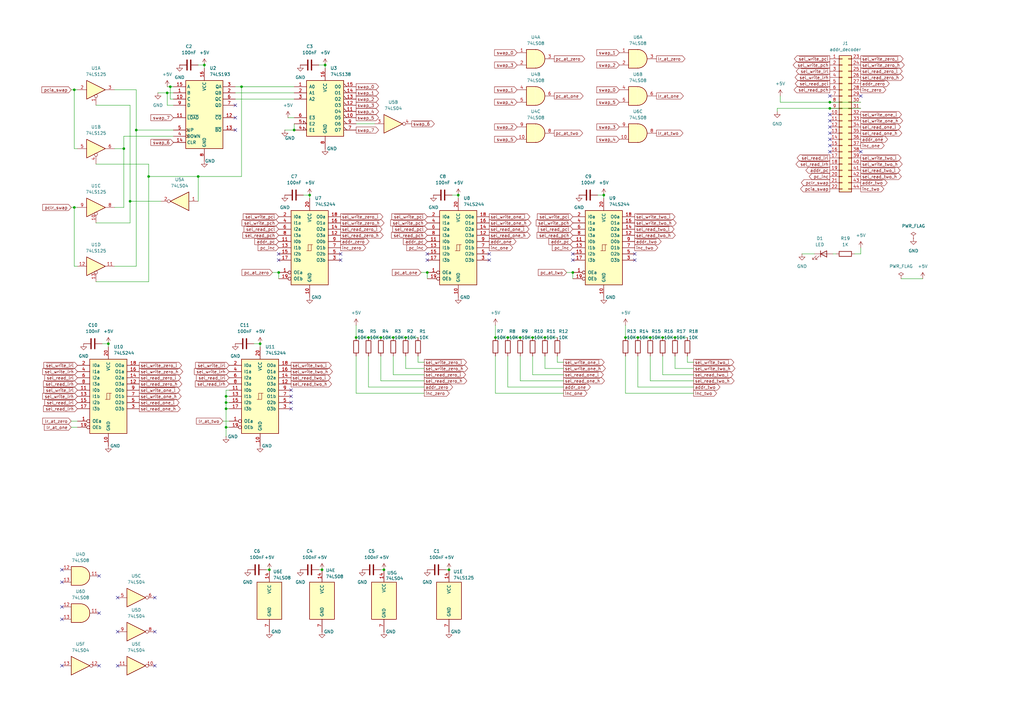
<source format=kicad_sch>
(kicad_sch (version 20250114) (generator "eeschema") (generator_version "9.0")
  (paper "A3")
  (junction (at 261.62 138.43))
  (junction (at 55.88 53.34))
  (junction (at 132.08 233.68))
  (junction (at 114.3 111.76))
  (junction (at 53.34 82.55))
  (junction (at 60.96 72.39))
  (junction (at 256.54 138.43))
  (junction (at 151.13 138.43))
  (junction (at 69.85 35.56))
  (junction (at 50.8 60.96))
  (junction (at 81.28 72.39))
  (junction (at 271.78 138.43))
  (junction (at 247.65 80.01))
  (junction (at 120.65 53.34))
  (junction (at 184.15 233.68))
  (junction (at 92.71 162.56))
  (junction (at 157.48 233.68))
  (junction (at 166.37 138.43))
  (junction (at 99.06 35.56))
  (junction (at 187.96 80.01))
  (junction (at 133.35 26.67))
  (junction (at 110.49 233.68))
  (junction (at 175.26 111.76))
  (junction (at 146.05 138.43))
  (junction (at 161.29 138.43))
  (junction (at 276.86 138.43))
  (junction (at 340.36 41.91))
  (junction (at 92.71 165.1))
  (junction (at 106.68 140.97))
  (junction (at 223.52 138.43))
  (junction (at 44.45 140.97))
  (junction (at 127 80.01))
  (junction (at 340.36 44.45))
  (junction (at 208.28 138.43))
  (junction (at 83.82 26.67))
  (junction (at 30.48 36.83))
  (junction (at 203.2 138.43))
  (junction (at 218.44 138.43))
  (junction (at 156.21 138.43))
  (junction (at 234.95 111.76))
  (junction (at 266.7 138.43))
  (junction (at 92.71 175.26))
  (junction (at 92.71 167.64))
  (junction (at 68.58 38.1))
  (junction (at 30.48 85.09))
  (junction (at 213.36 138.43))
  (no_connect (at 340.36 49.53))
  (no_connect (at 48.26 273.05))
  (no_connect (at 114.3 104.14))
  (no_connect (at 40.64 273.05))
  (no_connect (at 260.35 106.68))
  (no_connect (at 119.38 162.56))
  (no_connect (at 48.26 259.08))
  (no_connect (at 25.4 273.05))
  (no_connect (at 200.66 106.68))
  (no_connect (at 119.38 160.02))
  (no_connect (at 96.52 53.34))
  (no_connect (at 25.4 238.76))
  (no_connect (at 340.36 39.37))
  (no_connect (at 114.3 106.68))
  (no_connect (at 340.36 52.07))
  (no_connect (at 119.38 165.1))
  (no_connect (at 40.64 251.46))
  (no_connect (at 175.26 106.68))
  (no_connect (at 96.52 43.18))
  (no_connect (at 25.4 233.68))
  (no_connect (at 340.36 59.69))
  (no_connect (at 353.06 62.23))
  (no_connect (at 139.7 106.68))
  (no_connect (at 25.4 248.92))
  (no_connect (at 25.4 254))
  (no_connect (at 175.26 104.14))
  (no_connect (at 139.7 104.14))
  (no_connect (at 200.66 104.14))
  (no_connect (at 96.52 48.26))
  (no_connect (at 340.36 46.99))
  (no_connect (at 63.5 245.11))
  (no_connect (at 234.95 104.14))
  (no_connect (at 119.38 167.64))
  (no_connect (at 234.95 106.68))
  (no_connect (at 260.35 104.14))
  (no_connect (at 353.06 39.37))
  (no_connect (at 340.36 54.61))
  (no_connect (at 340.36 57.15))
  (no_connect (at 40.64 236.22))
  (no_connect (at 63.5 273.05))
  (no_connect (at 63.5 259.08))
  (no_connect (at 48.26 245.11))
  (no_connect (at 340.36 62.23))
  (wire (pts (xy 284.48 161.29) (xy 256.54 161.29)))
  (wire (pts (xy 68.58 38.1) (xy 71.12 38.1)))
  (wire (pts (xy 60.96 115.57) (xy 60.96 72.39)))
  (wire (pts (xy 151.13 138.43) (xy 156.21 138.43)))
  (wire (pts (xy 231.14 156.21) (xy 213.36 156.21)))
  (wire (pts (xy 111.76 111.76) (xy 114.3 111.76)))
  (wire (pts (xy 231.14 148.59) (xy 228.6 148.59)))
  (wire (pts (xy 96.52 40.64) (xy 120.65 40.64)))
  (wire (pts (xy 340.36 41.91) (xy 353.06 41.91)))
  (wire (pts (xy 232.41 111.76) (xy 234.95 111.76)))
  (wire (pts (xy 156.21 156.21) (xy 156.21 146.05)))
  (wire (pts (xy 320.04 41.91) (xy 340.36 41.91)))
  (wire (pts (xy 276.86 138.43) (xy 281.94 138.43)))
  (wire (pts (xy 266.7 156.21) (xy 266.7 146.05)))
  (wire (pts (xy 213.36 156.21) (xy 213.36 146.05)))
  (wire (pts (xy 130.81 26.67) (xy 133.35 26.67)))
  (wire (pts (xy 171.45 148.59) (xy 171.45 146.05)))
  (wire (pts (xy 99.06 35.56) (xy 99.06 72.39)))
  (wire (pts (xy 266.7 138.43) (xy 271.78 138.43)))
  (wire (pts (xy 46.99 60.96) (xy 50.8 60.96)))
  (wire (pts (xy 340.36 44.45) (xy 353.06 44.45)))
  (wire (pts (xy 223.52 151.13) (xy 223.52 146.05)))
  (wire (pts (xy 173.99 148.59) (xy 171.45 148.59)))
  (wire (pts (xy 92.71 175.26) (xy 93.98 175.26)))
  (wire (pts (xy 71.12 43.18) (xy 68.58 43.18)))
  (wire (pts (xy 71.12 40.64) (xy 69.85 40.64)))
  (wire (pts (xy 284.48 153.67) (xy 271.78 153.67)))
  (wire (pts (xy 69.85 35.56) (xy 71.12 35.56)))
  (wire (pts (xy 161.29 153.67) (xy 161.29 146.05)))
  (wire (pts (xy 46.99 85.09) (xy 50.8 85.09)))
  (wire (pts (xy 256.54 133.35) (xy 256.54 138.43)))
  (wire (pts (xy 130.81 233.68) (xy 132.08 233.68)))
  (wire (pts (xy 39.37 67.31) (xy 60.96 67.31)))
  (wire (pts (xy 276.86 151.13) (xy 276.86 146.05)))
  (wire (pts (xy 53.34 82.55) (xy 66.04 82.55)))
  (wire (pts (xy 161.29 138.43) (xy 166.37 138.43)))
  (wire (pts (xy 92.71 167.64) (xy 93.98 167.64)))
  (wire (pts (xy 120.65 50.8) (xy 120.65 53.34)))
  (wire (pts (xy 81.28 26.67) (xy 83.82 26.67)))
  (wire (pts (xy 228.6 148.59) (xy 228.6 146.05)))
  (wire (pts (xy 92.71 175.26) (xy 92.71 179.07)))
  (wire (pts (xy 284.48 156.21) (xy 266.7 156.21)))
  (wire (pts (xy 203.2 138.43) (xy 208.28 138.43)))
  (wire (pts (xy 172.72 111.76) (xy 175.26 111.76)))
  (wire (pts (xy 353.06 104.14) (xy 350.52 104.14)))
  (wire (pts (xy 29.21 36.83) (xy 30.48 36.83)))
  (wire (pts (xy 284.48 148.59) (xy 281.94 148.59)))
  (wire (pts (xy 146.05 161.29) (xy 146.05 146.05)))
  (wire (pts (xy 231.14 151.13) (xy 223.52 151.13)))
  (wire (pts (xy 173.99 156.21) (xy 156.21 156.21)))
  (wire (pts (xy 93.98 160.02) (xy 92.71 160.02)))
  (wire (pts (xy 173.99 161.29) (xy 146.05 161.29)))
  (wire (pts (xy 31.75 109.22) (xy 30.48 109.22)))
  (wire (pts (xy 91.44 172.72) (xy 93.98 172.72)))
  (wire (pts (xy 41.91 140.97) (xy 44.45 140.97)))
  (wire (pts (xy 92.71 160.02) (xy 92.71 162.56)))
  (wire (pts (xy 124.46 80.01) (xy 127 80.01)))
  (wire (pts (xy 55.88 36.83) (xy 46.99 36.83)))
  (wire (pts (xy 151.13 158.75) (xy 151.13 146.05)))
  (wire (pts (xy 96.52 38.1) (xy 120.65 38.1)))
  (wire (pts (xy 187.96 80.01) (xy 187.96 81.28)))
  (wire (pts (xy 39.37 115.57) (xy 60.96 115.57)))
  (wire (pts (xy 156.21 138.43) (xy 161.29 138.43)))
  (wire (pts (xy 69.85 35.56) (xy 69.85 40.64)))
  (wire (pts (xy 256.54 161.29) (xy 256.54 146.05)))
  (wire (pts (xy 173.99 153.67) (xy 161.29 153.67)))
  (wire (pts (xy 234.95 111.76) (xy 234.95 114.3)))
  (wire (pts (xy 203.2 133.35) (xy 203.2 138.43)))
  (wire (pts (xy 271.78 153.67) (xy 271.78 146.05)))
  (wire (pts (xy 369.57 114.3) (xy 378.46 114.3)))
  (wire (pts (xy 231.14 158.75) (xy 208.28 158.75)))
  (wire (pts (xy 53.34 43.18) (xy 53.34 82.55)))
  (wire (pts (xy 31.75 60.96) (xy 30.48 60.96)))
  (wire (pts (xy 341.63 104.14) (xy 342.9 104.14)))
  (wire (pts (xy 166.37 138.43) (xy 171.45 138.43)))
  (wire (pts (xy 50.8 55.88) (xy 71.12 55.88)))
  (wire (pts (xy 99.06 72.39) (xy 81.28 72.39)))
  (wire (pts (xy 281.94 148.59) (xy 281.94 146.05)))
  (wire (pts (xy 213.36 138.43) (xy 218.44 138.43)))
  (wire (pts (xy 64.77 38.1) (xy 68.58 38.1)))
  (wire (pts (xy 146.05 133.35) (xy 146.05 138.43)))
  (wire (pts (xy 104.14 140.97) (xy 106.68 140.97)))
  (wire (pts (xy 261.62 158.75) (xy 261.62 146.05)))
  (wire (pts (xy 116.84 53.34) (xy 120.65 53.34)))
  (wire (pts (xy 328.93 104.14) (xy 334.01 104.14)))
  (wire (pts (xy 53.34 91.44) (xy 53.34 82.55)))
  (wire (pts (xy 29.21 172.72) (xy 31.75 172.72)))
  (wire (pts (xy 114.3 111.76) (xy 114.3 114.3)))
  (wire (pts (xy 284.48 151.13) (xy 276.86 151.13)))
  (wire (pts (xy 318.77 44.45) (xy 318.77 45.72)))
  (wire (pts (xy 106.68 140.97) (xy 106.68 142.24)))
  (wire (pts (xy 223.52 138.43) (xy 228.6 138.43)))
  (wire (pts (xy 55.88 109.22) (xy 55.88 53.34)))
  (wire (pts (xy 29.21 175.26) (xy 31.75 175.26)))
  (wire (pts (xy 92.71 165.1) (xy 93.98 165.1)))
  (wire (pts (xy 182.88 233.68) (xy 184.15 233.68)))
  (wire (pts (xy 81.28 72.39) (xy 60.96 72.39)))
  (wire (pts (xy 256.54 138.43) (xy 261.62 138.43)))
  (wire (pts (xy 81.28 72.39) (xy 81.28 82.55)))
  (wire (pts (xy 92.71 165.1) (xy 92.71 167.64)))
  (wire (pts (xy 92.71 162.56) (xy 92.71 165.1)))
  (wire (pts (xy 60.96 67.31) (xy 60.96 72.39)))
  (wire (pts (xy 50.8 85.09) (xy 50.8 60.96)))
  (wire (pts (xy 218.44 138.43) (xy 223.52 138.43)))
  (wire (pts (xy 44.45 140.97) (xy 44.45 142.24)))
  (wire (pts (xy 127 80.01) (xy 127 81.28)))
  (wire (pts (xy 30.48 85.09) (xy 30.48 109.22)))
  (wire (pts (xy 218.44 153.67) (xy 218.44 146.05)))
  (wire (pts (xy 92.71 162.56) (xy 93.98 162.56)))
  (wire (pts (xy 156.21 233.68) (xy 157.48 233.68)))
  (wire (pts (xy 245.11 80.01) (xy 247.65 80.01)))
  (wire (pts (xy 99.06 35.56) (xy 120.65 35.56)))
  (wire (pts (xy 261.62 138.43) (xy 266.7 138.43)))
  (wire (pts (xy 320.04 41.91) (xy 320.04 39.37)))
  (wire (pts (xy 96.52 35.56) (xy 99.06 35.56)))
  (wire (pts (xy 39.37 91.44) (xy 53.34 91.44)))
  (wire (pts (xy 118.11 48.26) (xy 120.65 48.26)))
  (wire (pts (xy 208.28 158.75) (xy 208.28 146.05)))
  (wire (pts (xy 71.12 53.34) (xy 55.88 53.34)))
  (wire (pts (xy 30.48 85.09) (xy 31.75 85.09)))
  (wire (pts (xy 284.48 158.75) (xy 261.62 158.75)))
  (wire (pts (xy 166.37 151.13) (xy 166.37 146.05)))
  (wire (pts (xy 55.88 53.34) (xy 55.88 36.83)))
  (wire (pts (xy 83.82 26.67) (xy 83.82 27.94)))
  (wire (pts (xy 30.48 36.83) (xy 30.48 60.96)))
  (wire (pts (xy 318.77 44.45) (xy 340.36 44.45)))
  (wire (pts (xy 203.2 161.29) (xy 203.2 146.05)))
  (wire (pts (xy 353.06 101.6) (xy 353.06 104.14)))
  (wire (pts (xy 46.99 109.22) (xy 55.88 109.22)))
  (wire (pts (xy 185.42 80.01) (xy 187.96 80.01)))
  (wire (pts (xy 50.8 60.96) (xy 50.8 55.88)))
  (wire (pts (xy 173.99 151.13) (xy 166.37 151.13)))
  (wire (pts (xy 271.78 138.43) (xy 276.86 138.43)))
  (wire (pts (xy 68.58 35.56) (xy 69.85 35.56)))
  (wire (pts (xy 173.99 158.75) (xy 151.13 158.75)))
  (wire (pts (xy 247.65 80.01) (xy 247.65 81.28)))
  (wire (pts (xy 92.71 167.64) (xy 92.71 175.26)))
  (wire (pts (xy 29.21 85.09) (xy 30.48 85.09)))
  (wire (pts (xy 231.14 153.67) (xy 218.44 153.67)))
  (wire (pts (xy 175.26 111.76) (xy 175.26 114.3)))
  (wire (pts (xy 133.35 26.67) (xy 133.35 27.94)))
  (wire (pts (xy 30.48 36.83) (xy 31.75 36.83)))
  (wire (pts (xy 68.58 43.18) (xy 68.58 38.1)))
  (wire (pts (xy 208.28 138.43) (xy 213.36 138.43)))
  (wire (pts (xy 146.05 50.8) (xy 153.67 50.8)))
  (wire (pts (xy 109.22 233.68) (xy 110.49 233.68)))
  (wire (pts (xy 146.05 138.43) (xy 151.13 138.43)))
  (wire (pts (xy 39.37 43.18) (xy 53.34 43.18)))
  (wire (pts (xy 231.14 161.29) (xy 203.2 161.29)))
  (global_label "~{sel_write_pch}" (shape output) (at 340.36 26.67 180) (property "Intersheetrefs" "${INTERSHEET_REFS}" (effects (hide yes))))
  (global_label "pc_inc" (shape input) (at 234.95 101.6 180) (property "Intersheetrefs" "${INTERSHEET_REFS}" (effects (hide yes))))
  (global_label "swap_1" (shape output) (at 146.05 38.1 0) (property "Intersheetrefs" "${INTERSHEET_REFS}" (effects (hide yes))))
  (global_label "inc_one" (shape output) (at 231.14 161.29 0) (property "Intersheetrefs" "${INTERSHEET_REFS}" (effects (hide yes))))
  (global_label "~{sel_write_lrl}" (shape input) (at 31.75 149.86 180) (property "Intersheetrefs" "${INTERSHEET_REFS}" (effects (hide yes))))
  (global_label "inc_zero" (shape output) (at 173.99 161.29 0) (property "Intersheetrefs" "${INTERSHEET_REFS}" (effects (hide yes))))
  (global_label "~{sel_read_zero_h}" (shape output) (at 57.15 157.48 0) (property "Intersheetrefs" "${INTERSHEET_REFS}" (effects (hide yes))))
  (global_label "swap_3" (shape output) (at 146.05 43.18 0) (property "Intersheetrefs" "${INTERSHEET_REFS}" (effects (hide yes))))
  (global_label "~{sel_write_one_l}" (shape output) (at 353.06 46.99 0) (property "Intersheetrefs" "${INTERSHEET_REFS}" (effects (hide yes))))
  (global_label "~{sel_read_one_h}" (shape output) (at 200.66 96.52 0) (property "Intersheetrefs" "${INTERSHEET_REFS}" (effects (hide yes))))
  (global_label "~{sel_write_pch}" (shape input) (at 114.3 91.44 180) (property "Intersheetrefs" "${INTERSHEET_REFS}" (effects (hide yes))))
  (global_label "pc_at_two" (shape output) (at 227.33 54.61 0) (property "Intersheetrefs" "${INTERSHEET_REFS}" (effects (hide yes))))
  (global_label "~{sel_write_zero_l}" (shape output) (at 173.99 148.59 0) (property "Intersheetrefs" "${INTERSHEET_REFS}" (effects (hide yes))))
  (global_label "~{sel_read_lrl}" (shape input) (at 31.75 154.94 180) (property "Intersheetrefs" "${INTERSHEET_REFS}" (effects (hide yes))))
  (global_label "~{sel_read_two_h}" (shape output) (at 119.38 157.48 0) (property "Intersheetrefs" "${INTERSHEET_REFS}" (effects (hide yes))))
  (global_label "~{sel_read_pcl}" (shape input) (at 175.26 93.98 180) (property "Intersheetrefs" "${INTERSHEET_REFS}" (effects (hide yes))))
  (global_label "pc_at_two" (shape input) (at 232.41 111.76 180) (property "Intersheetrefs" "${INTERSHEET_REFS}" (effects (hide yes))))
  (global_label "~{sel_read_one_h}" (shape output) (at 231.14 156.21 0) (property "Intersheetrefs" "${INTERSHEET_REFS}" (effects (hide yes))))
  (global_label "pc_inc" (shape input) (at 175.26 101.6 180) (property "Intersheetrefs" "${INTERSHEET_REFS}" (effects (hide yes))))
  (global_label "inc_two" (shape output) (at 353.06 77.47 0) (property "Intersheetrefs" "${INTERSHEET_REFS}" (effects (hide yes))))
  (global_label "~{sel_read_lrh}" (shape input) (at 31.75 157.48 180) (property "Intersheetrefs" "${INTERSHEET_REFS}" (effects (hide yes))))
  (global_label "pc_at_zero" (shape input) (at 111.76 111.76 180) (property "Intersheetrefs" "${INTERSHEET_REFS}" (effects (hide yes))))
  (global_label "~{sel_write_two_h}" (shape output) (at 260.35 91.44 0) (property "Intersheetrefs" "${INTERSHEET_REFS}" (effects (hide yes))))
  (global_label "~{sel_read_one_l}" (shape output) (at 200.66 93.98 0) (property "Intersheetrefs" "${INTERSHEET_REFS}" (effects (hide yes))))
  (global_label "~{sel_write_two_l}" (shape output) (at 119.38 149.86 0) (property "Intersheetrefs" "${INTERSHEET_REFS}" (effects (hide yes))))
  (global_label "~{sel_write_two_l}" (shape output) (at 260.35 88.9 0) (property "Intersheetrefs" "${INTERSHEET_REFS}" (effects (hide yes))))
  (global_label "~{sel_read_two_h}" (shape output) (at 260.35 96.52 0) (property "Intersheetrefs" "${INTERSHEET_REFS}" (effects (hide yes))))
  (global_label "~{sel_write_pcl}" (shape input) (at 114.3 88.9 180) (property "Intersheetrefs" "${INTERSHEET_REFS}" (effects (hide yes))))
  (global_label "~{sel_write_lrh}" (shape input) (at 93.98 152.4 180) (property "Intersheetrefs" "${INTERSHEET_REFS}" (effects (hide yes))))
  (global_label "lr_at_zero" (shape input) (at 29.21 172.72 180) (property "Intersheetrefs" "${INTERSHEET_REFS}" (effects (hide yes))))
  (global_label "pcia_swap" (shape input) (at 29.21 36.83 180) (property "Intersheetrefs" "${INTERSHEET_REFS}" (effects (hide yes))))
  (global_label "~{sel_read_lrl}" (shape input) (at 31.75 165.1 180) (property "Intersheetrefs" "${INTERSHEET_REFS}" (effects (hide yes))))
  (global_label "~{addr_zero}" (shape output) (at 139.7 99.06 0) (property "Intersheetrefs" "${INTERSHEET_REFS}" (effects (hide yes))))
  (global_label "~{swap_6}" (shape input) (at 71.12 58.42 180) (property "Intersheetrefs" "${INTERSHEET_REFS}" (effects (hide yes))))
  (global_label "~{sel_read_two_l}" (shape output) (at 260.35 93.98 0) (property "Intersheetrefs" "${INTERSHEET_REFS}" (effects (hide yes))))
  (global_label "~{sel_write_lrh}" (shape input) (at 31.75 152.4 180) (property "Intersheetrefs" "${INTERSHEET_REFS}" (effects (hide yes))))
  (global_label "inc_zero" (shape output) (at 139.7 101.6 0) (property "Intersheetrefs" "${INTERSHEET_REFS}" (effects (hide yes))))
  (global_label "swap_0" (shape input) (at 212.09 21.59 180) (property "Intersheetrefs" "${INTERSHEET_REFS}" (effects (hide yes))))
  (global_label "~{sel_write_zero_h}" (shape output) (at 173.99 151.13 0) (property "Intersheetrefs" "${INTERSHEET_REFS}" (effects (hide yes))))
  (global_label "~{sel_read_two_l}" (shape output) (at 284.48 153.67 0) (property "Intersheetrefs" "${INTERSHEET_REFS}" (effects (hide yes))))
  (global_label "~{addr_pc}" (shape output) (at 340.36 69.85 180) (property "Intersheetrefs" "${INTERSHEET_REFS}" (effects (hide yes))))
  (global_label "swap_5" (shape input) (at 254 41.91 180) (property "Intersheetrefs" "${INTERSHEET_REFS}" (effects (hide yes))))
  (global_label "~{sel_write_pch}" (shape input) (at 234.95 91.44 180) (property "Intersheetrefs" "${INTERSHEET_REFS}" (effects (hide yes))))
  (global_label "swap_2" (shape input) (at 212.09 52.07 180) (property "Intersheetrefs" "${INTERSHEET_REFS}" (effects (hide yes))))
  (global_label "pc_at_one" (shape input) (at 172.72 111.76 180) (property "Intersheetrefs" "${INTERSHEET_REFS}" (effects (hide yes))))
  (global_label "pclr_swap" (shape input) (at 29.21 85.09 180) (property "Intersheetrefs" "${INTERSHEET_REFS}" (effects (hide yes))))
  (global_label "~{addr_one}" (shape output) (at 200.66 99.06 0) (property "Intersheetrefs" "${INTERSHEET_REFS}" (effects (hide yes))))
  (global_label "~{sel_read_zero_h}" (shape output) (at 353.06 31.75 0) (property "Intersheetrefs" "${INTERSHEET_REFS}" (effects (hide yes))))
  (global_label "~{addr_zero}" (shape output) (at 173.99 158.75 0) (property "Intersheetrefs" "${INTERSHEET_REFS}" (effects (hide yes))))
  (global_label "pclr_swap" (shape output) (at 340.36 74.93 180) (property "Intersheetrefs" "${INTERSHEET_REFS}" (effects (hide yes))))
  (global_label "pcia_swap" (shape output) (at 340.36 77.47 180) (property "Intersheetrefs" "${INTERSHEET_REFS}" (effects (hide yes))))
  (global_label "~{sel_write_one_h}" (shape output) (at 200.66 91.44 0) (property "Intersheetrefs" "${INTERSHEET_REFS}" (effects (hide yes))))
  (global_label "~{sel_write_pcl}" (shape output) (at 340.36 24.13 180) (property "Intersheetrefs" "${INTERSHEET_REFS}" (effects (hide yes))))
  (global_label "swap_2" (shape input) (at 254 26.67 180) (property "Intersheetrefs" "${INTERSHEET_REFS}" (effects (hide yes))))
  (global_label "pc_at_zero" (shape output) (at 227.33 24.13 0) (property "Intersheetrefs" "${INTERSHEET_REFS}" (effects (hide yes))))
  (global_label "pc_at_one" (shape output) (at 227.33 39.37 0) (property "Intersheetrefs" "${INTERSHEET_REFS}" (effects (hide yes))))
  (global_label "~{sel_write_one_l}" (shape output) (at 231.14 148.59 0) (property "Intersheetrefs" "${INTERSHEET_REFS}" (effects (hide yes))))
  (global_label "~{sel_write_zero_h}" (shape output) (at 353.06 26.67 0) (property "Intersheetrefs" "${INTERSHEET_REFS}" (effects (hide yes))))
  (global_label "lr_at_two" (shape input) (at 91.44 172.72 180) (property "Intersheetrefs" "${INTERSHEET_REFS}" (effects (hide yes))))
  (global_label "~{sel_write_zero_l}" (shape output) (at 139.7 88.9 0) (property "Intersheetrefs" "${INTERSHEET_REFS}" (effects (hide yes))))
  (global_label "~{sel_write_pcl}" (shape input) (at 175.26 88.9 180) (property "Intersheetrefs" "${INTERSHEET_REFS}" (effects (hide yes))))
  (global_label "~{addr_pc}" (shape input) (at 175.26 99.06 180) (property "Intersheetrefs" "${INTERSHEET_REFS}" (effects (hide yes))))
  (global_label "~{sel_read_one_h}" (shape output) (at 57.15 167.64 0) (property "Intersheetrefs" "${INTERSHEET_REFS}" (effects (hide yes))))
  (global_label "~{addr_pc}" (shape input) (at 114.3 99.06 180) (property "Intersheetrefs" "${INTERSHEET_REFS}" (effects (hide yes))))
  (global_label "swap_0" (shape input) (at 254 36.83 180) (property "Intersheetrefs" "${INTERSHEET_REFS}" (effects (hide yes))))
  (global_label "~{sel_read_lrl}" (shape output) (at 340.36 64.77 180) (property "Intersheetrefs" "${INTERSHEET_REFS}" (effects (hide yes))))
  (global_label "lr_at_one" (shape input) (at 29.21 175.26 180) (property "Intersheetrefs" "${INTERSHEET_REFS}" (effects (hide yes))))
  (global_label "~{sel_read_zero_h}" (shape output) (at 173.99 156.21 0) (property "Intersheetrefs" "${INTERSHEET_REFS}" (effects (hide yes))))
  (global_label "~{addr_two}" (shape output) (at 260.35 99.06 0) (property "Intersheetrefs" "${INTERSHEET_REFS}" (effects (hide yes))))
  (global_label "~{sel_write_lrh}" (shape output) (at 340.36 31.75 180) (property "Intersheetrefs" "${INTERSHEET_REFS}" (effects (hide yes))))
  (global_label "~{sel_write_two_h}" (shape output) (at 353.06 67.31 0) (property "Intersheetrefs" "${INTERSHEET_REFS}" (effects (hide yes))))
  (global_label "~{sel_write_zero_l}" (shape output) (at 353.06 24.13 0) (property "Intersheetrefs" "${INTERSHEET_REFS}" (effects (hide yes))))
  (global_label "~{sel_read_pcl}" (shape input) (at 114.3 93.98 180) (property "Intersheetrefs" "${INTERSHEET_REFS}" (effects (hide yes))))
  (global_label "inc_one" (shape output) (at 353.06 59.69 0) (property "Intersheetrefs" "${INTERSHEET_REFS}" (effects (hide yes))))
  (global_label "~{sel_read_pch}" (shape input) (at 175.26 96.52 180) (property "Intersheetrefs" "${INTERSHEET_REFS}" (effects (hide yes))))
  (global_label "~{addr_one}" (shape output) (at 231.14 158.75 0) (property "Intersheetrefs" "${INTERSHEET_REFS}" (effects (hide yes))))
  (global_label "~{sel_read_two_h}" (shape output) (at 353.06 72.39 0) (property "Intersheetrefs" "${INTERSHEET_REFS}" (effects (hide yes))))
  (global_label "~{sel_write_one_h}" (shape output) (at 57.15 162.56 0) (property "Intersheetrefs" "${INTERSHEET_REFS}" (effects (hide yes))))
  (global_label "~{sel_read_pch}" (shape input) (at 114.3 96.52 180) (property "Intersheetrefs" "${INTERSHEET_REFS}" (effects (hide yes))))
  (global_label "~{sel_read_one_l}" (shape output) (at 57.15 165.1 0) (property "Intersheetrefs" "${INTERSHEET_REFS}" (effects (hide yes))))
  (global_label "~{addr_two}" (shape output) (at 284.48 158.75 0) (property "Intersheetrefs" "${INTERSHEET_REFS}" (effects (hide yes))))
  (global_label "~{sel_read_one_l}" (shape output) (at 231.14 153.67 0) (property "Intersheetrefs" "${INTERSHEET_REFS}" (effects (hide yes))))
  (global_label "~{sel_write_pch}" (shape input) (at 175.26 91.44 180) (property "Intersheetrefs" "${INTERSHEET_REFS}" (effects (hide yes))))
  (global_label "inc_zero" (shape output) (at 353.06 36.83 0) (property "Intersheetrefs" "${INTERSHEET_REFS}" (effects (hide yes))))
  (global_label "~{addr_zero}" (shape output) (at 353.06 34.29 0) (property "Intersheetrefs" "${INTERSHEET_REFS}" (effects (hide yes))))
  (global_label "~{sel_write_one_l}" (shape output) (at 200.66 88.9 0) (property "Intersheetrefs" "${INTERSHEET_REFS}" (effects (hide yes))))
  (global_label "swap_3" (shape input) (at 254 52.07 180) (property "Intersheetrefs" "${INTERSHEET_REFS}" (effects (hide yes))))
  (global_label "swap_1" (shape input) (at 254 21.59 180) (property "Intersheetrefs" "${INTERSHEET_REFS}" (effects (hide yes))))
  (global_label "~{sel_write_two_h}" (shape output) (at 119.38 152.4 0) (property "Intersheetrefs" "${INTERSHEET_REFS}" (effects (hide yes))))
  (global_label "swap_7" (shape output) (at 146.05 53.34 0) (property "Intersheetrefs" "${INTERSHEET_REFS}" (effects (hide yes))))
  (global_label "~{sel_read_lrl}" (shape input) (at 93.98 154.94 180) (property "Intersheetrefs" "${INTERSHEET_REFS}" (effects (hide yes))))
  (global_label "~{sel_write_one_h}" (shape output) (at 353.06 49.53 0) (property "Intersheetrefs" "${INTERSHEET_REFS}" (effects (hide yes))))
  (global_label "~{sel_read_zero_h}" (shape output) (at 139.7 96.52 0) (property "Intersheetrefs" "${INTERSHEET_REFS}" (effects (hide yes))))
  (global_label "~{sel_write_zero_h}" (shape output) (at 139.7 91.44 0) (property "Intersheetrefs" "${INTERSHEET_REFS}" (effects (hide yes))))
  (global_label "~{sel_write_two_h}" (shape output) (at 284.48 151.13 0) (property "Intersheetrefs" "${INTERSHEET_REFS}" (effects (hide yes))))
  (global_label "~{sel_read_two_l}" (shape output) (at 353.06 69.85 0) (property "Intersheetrefs" "${INTERSHEET_REFS}" (effects (hide yes))))
  (global_label "~{sel_write_two_l}" (shape output) (at 353.06 64.77 0) (property "Intersheetrefs" "${INTERSHEET_REFS}" (effects (hide yes))))
  (global_label "swap_5" (shape input) (at 212.09 57.15 180) (property "Intersheetrefs" "${INTERSHEET_REFS}" (effects (hide yes))))
  (global_label "~{sel_read_zero_l}" (shape output) (at 57.15 154.94 0) (property "Intersheetrefs" "${INTERSHEET_REFS}" (effects (hide yes))))
  (global_label "swap_4" (shape input) (at 212.09 41.91 180) (property "Intersheetrefs" "${INTERSHEET_REFS}" (effects (hide yes))))
  (global_label "~{addr_two}" (shape output) (at 353.06 74.93 0) (property "Intersheetrefs" "${INTERSHEET_REFS}" (effects (hide yes))))
  (global_label "~{sel_read_zero_l}" (shape output) (at 353.06 29.21 0) (property "Intersheetrefs" "${INTERSHEET_REFS}" (effects (hide yes))))
  (global_label "~{sel_read_pcl}" (shape output) (at 340.36 34.29 180) (property "Intersheetrefs" "${INTERSHEET_REFS}" (effects (hide yes))))
  (global_label "~{sel_read_one_l}" (shape output) (at 353.06 52.07 0) (property "Intersheetrefs" "${INTERSHEET_REFS}" (effects (hide yes))))
  (global_label "swap_2" (shape output) (at 146.05 40.64 0) (property "Intersheetrefs" "${INTERSHEET_REFS}" (effects (hide yes))))
  (global_label "~{sel_read_one_h}" (shape output) (at 353.06 54.61 0) (property "Intersheetrefs" "${INTERSHEET_REFS}" (effects (hide yes))))
  (global_label "inc_one" (shape output) (at 200.66 101.6 0) (property "Intersheetrefs" "${INTERSHEET_REFS}" (effects (hide yes))))
  (global_label "~{sel_read_pch}" (shape output) (at 340.36 36.83 180) (property "Intersheetrefs" "${INTERSHEET_REFS}" (effects (hide yes))))
  (global_label "~{sel_write_pcl}" (shape input) (at 234.95 88.9 180) (property "Intersheetrefs" "${INTERSHEET_REFS}" (effects (hide yes))))
  (global_label "~{sel_read_zero_l}" (shape output) (at 173.99 153.67 0) (property "Intersheetrefs" "${INTERSHEET_REFS}" (effects (hide yes))))
  (global_label "lr_at_two" (shape output) (at 269.24 54.61 0) (property "Intersheetrefs" "${INTERSHEET_REFS}" (effects (hide yes))))
  (global_label "~{sel_read_lrh}" (shape input) (at 31.75 167.64 180) (property "Intersheetrefs" "${INTERSHEET_REFS}" (effects (hide yes))))
  (global_label "~{sel_write_lrl}" (shape input) (at 93.98 149.86 180) (property "Intersheetrefs" "${INTERSHEET_REFS}" (effects (hide yes))))
  (global_label "lr_at_one" (shape output) (at 269.24 39.37 0) (property "Intersheetrefs" "${INTERSHEET_REFS}" (effects (hide yes))))
  (global_label "swap_3" (shape input) (at 212.09 26.67 180) (property "Intersheetrefs" "${INTERSHEET_REFS}" (effects (hide yes))))
  (global_label "~{addr_pc}" (shape input) (at 234.95 99.06 180) (property "Intersheetrefs" "${INTERSHEET_REFS}" (effects (hide yes))))
  (global_label "swap_1" (shape input) (at 212.09 36.83 180) (property "Intersheetrefs" "${INTERSHEET_REFS}" (effects (hide yes))))
  (global_label "~{sel_read_two_h}" (shape output) (at 284.48 156.21 0) (property "Intersheetrefs" "${INTERSHEET_REFS}" (effects (hide yes))))
  (global_label "swap_7" (shape input) (at 71.12 48.26 180) (property "Intersheetrefs" "${INTERSHEET_REFS}" (effects (hide yes))))
  (global_label "swap_4" (shape output) (at 146.05 45.72 0) (property "Intersheetrefs" "${INTERSHEET_REFS}" (effects (hide yes))))
  (global_label "~{sel_write_two_l}" (shape output) (at 284.48 148.59 0) (property "Intersheetrefs" "${INTERSHEET_REFS}" (effects (hide yes))))
  (global_label "swap_5" (shape output) (at 146.05 48.26 0) (property "Intersheetrefs" "${INTERSHEET_REFS}" (effects (hide yes))))
  (global_label "~{swap_6}" (shape output) (at 168.91 50.8 0) (property "Intersheetrefs" "${INTERSHEET_REFS}" (effects (hide yes))))
  (global_label "pc_inc" (shape output) (at 340.36 72.39 180) (property "Intersheetrefs" "${INTERSHEET_REFS}" (effects (hide yes))))
  (global_label "inc_two" (shape output) (at 284.48 161.29 0) (property "Intersheetrefs" "${INTERSHEET_REFS}" (effects (hide yes))))
  (global_label "~{sel_write_lrl}" (shape input) (at 31.75 160.02 180) (property "Intersheetrefs" "${INTERSHEET_REFS}" (effects (hide yes))))
  (global_label "~{sel_read_lrh}" (shape output) (at 340.36 67.31 180) (property "Intersheetrefs" "${INTERSHEET_REFS}" (effects (hide yes))))
  (global_label "~{sel_read_two_l}" (shape output) (at 119.38 154.94 0) (property "Intersheetrefs" "${INTERSHEET_REFS}" (effects (hide yes))))
  (global_label "swap_4" (shape input) (at 254 57.15 180) (property "Intersheetrefs" "${INTERSHEET_REFS}" (effects (hide yes))))
  (global_label "~{addr_one}" (shape output) (at 353.06 57.15 0) (property "Intersheetrefs" "${INTERSHEET_REFS}" (effects (hide yes))))
  (global_label "~{sel_read_zero_l}" (shape output) (at 139.7 93.98 0) (property "Intersheetrefs" "${INTERSHEET_REFS}" (effects (hide yes))))
  (global_label "pc_inc" (shape input) (at 114.3 101.6 180) (property "Intersheetrefs" "${INTERSHEET_REFS}" (effects (hide yes))))
  (global_label "inc_two" (shape output) (at 260.35 101.6 0) (property "Intersheetrefs" "${INTERSHEET_REFS}" (effects (hide yes))))
  (global_label "~{sel_write_one_l}" (shape output) (at 57.15 160.02 0) (property "Intersheetrefs" "${INTERSHEET_REFS}" (effects (hide yes))))
  (global_label "~{sel_write_one_h}" (shape output) (at 231.14 151.13 0) (property "Intersheetrefs" "${INTERSHEET_REFS}" (effects (hide yes))))
  (global_label "lr_at_zero" (shape output) (at 269.24 24.13 0) (property "Intersheetrefs" "${INTERSHEET_REFS}" (effects (hide yes))))
  (global_label "~{sel_read_pcl}" (shape input) (at 234.95 93.98 180) (property "Intersheetrefs" "${INTERSHEET_REFS}" (effects (hide yes))))
  (global_label "~{sel_write_lrh}" (shape input) (at 31.75 162.56 180) (property "Intersheetrefs" "${INTERSHEET_REFS}" (effects (hide yes))))
  (global_label "swap_0" (shape output) (at 146.05 35.56 0) (property "Intersheetrefs" "${INTERSHEET_REFS}" (effects (hide yes))))
  (global_label "~{sel_write_zero_h}" (shape output) (at 57.15 152.4 0) (property "Intersheetrefs" "${INTERSHEET_REFS}" (effects (hide yes))))
  (global_label "~{sel_write_zero_l}" (shape output) (at 57.15 149.86 0) (property "Intersheetrefs" "${INTERSHEET_REFS}" (effects (hide yes))))
  (global_label "~{sel_read_pch}" (shape input) (at 234.95 96.52 180) (property "Intersheetrefs" "${INTERSHEET_REFS}" (effects (hide yes))))
  (global_label "~{sel_write_lrl}" (shape output) (at 340.36 29.21 180) (property "Intersheetrefs" "${INTERSHEET_REFS}" (effects (hide yes))))
  (global_label "~{sel_read_lrh}" (shape input) (at 93.98 157.48 180) (property "Intersheetrefs" "${INTERSHEET_REFS}" (effects (hide yes))))
  (symbol (lib_id "74xx:74LS244") (at 187.96 101.6 0) (unit 1)
    (property "Reference" "U8" (at 190.1033 81.28 0) (effects (justify left)))
    (property "Value" "74LS244" (at 190.1033 83.82 0) (effects (justify left)))
    (property "Datasheet" "http://www.ti.com/lit/ds/symlink/sn74ls244.pdf" (effects (hide yes)))
    (property "Description" "Octal Buffer and Line Driver With 3-State Output, active-low enables, non-inverting outputs" (effects (hide yes)))
  )
  (symbol (lib_id "Device:R") (at 146.05 142.24 0) (unit 1)
    (property "Reference" "R6" (at 146.558 135.89 0) (effects (justify left)))
    (property "Value" "10K" (at 146.558 138.43 0) (effects (justify left)))
    (property "Description" "Resistor" (effects (hide yes)))
  )
  (symbol (lib_id "74xx:74LS08") (at 261.62 54.61 0) (unit 3)
    (property "Reference" "U6" (at 261.6117 45.72 0))
    (property "Value" "74LS08" (at 261.6117 48.26 0))
    (property "Datasheet" "http://www.ti.com/lit/gpn/sn74LS08" (effects (hide yes)))
    (property "Description" "Quad And2" (effects (hide yes)))
  )
  (symbol (lib_id "74xx:74LS138") (at 133.35 43.18 0) (unit 1)
    (property "Reference" "U3" (at 135.4933 27.94 0) (effects (justify left)))
    (property "Value" "74LS138" (at 135.4933 30.48 0) (effects (justify left)))
    (property "Datasheet" "http://www.ti.com/lit/gpn/sn74LS138" (effects (hide yes)))
    (property "Description" "Decoder 3 to 8 active low outputs" (effects (hide yes)))
  )
  (symbol (lib_id "74xx:74LS244") (at 127 101.6 0) (unit 1)
    (property "Reference" "U7" (at 129.1433 81.28 0) (effects (justify left)))
    (property "Value" "74LS244" (at 129.1433 83.82 0) (effects (justify left)))
    (property "Datasheet" "http://www.ti.com/lit/ds/symlink/sn74ls244.pdf" (effects (hide yes)))
    (property "Description" "Octal Buffer and Line Driver With 3-State Output, active-low enables, non-inverting outputs" (effects (hide yes)))
  )
  (symbol (lib_id "74xx:74LS08") (at 219.71 24.13 0) (unit 1)
    (property "Reference" "U4" (at 219.7017 15.24 0))
    (property "Value" "74LS08" (at 219.7017 17.78 0))
    (property "Datasheet" "http://www.ti.com/lit/gpn/sn74LS08" (effects (hide yes)))
    (property "Description" "Quad And2" (effects (hide yes)))
  )
  (symbol (lib_id "power:GND") (at 127 121.92 0) (unit 1)
    (property "Reference" "#PWR012" (effects (hide yes)))
    (property "Value" "GND" (at 129.794 121.92 0))
    (property "Description" "Power symbol creates a global label with name \"GND\" , ground" (effects (hide yes)))
  )
  (symbol (lib_id "Device:C") (at 120.65 80.01 90) (unit 1)
    (property "Reference" "C7" (at 120.65 72.39 90))
    (property "Value" "100nF" (at 120.65 74.93 90))
    (property "Description" "Unpolarized capacitor" (effects (hide yes)))
  )
  (symbol (lib_id "Device:LED") (at 337.82 104.14 0) (unit 1)
    (property "Reference" "D1" (at 336.2325 97.79 0))
    (property "Value" "LED" (at 336.2325 100.33 0))
    (property "Footprint" "LED_THT:LED_D5.0mm" (effects (hide yes)))
    (property "Description" "Light emitting diode" (effects (hide yes)))
    (property "Sim.Pins" "1=K 2=A" (effects (hide yes)))
  )
  (symbol (lib_id "power:GND") (at 177.8 80.01 0) (unit 1)
    (property "Reference" "#PWR013" (effects (hide yes)))
    (property "Value" "GND" (at 177.8 85.09 0))
    (property "Description" "Power symbol creates a global label with name \"GND\" , ground" (effects (hide yes)))
  )
  (symbol (lib_id "74xx:74LS08") (at 132.08 246.38 0) (unit 5)
    (property "Reference" "U4" (at 133.604 233.934 0) (effects (justify left)))
    (property "Value" "74LS08" (at 133.604 236.474 0) (effects (justify left)))
    (property "Datasheet" "http://www.ti.com/lit/gpn/sn74LS08" (effects (hide yes)))
    (property "Description" "Quad And2" (effects (hide yes)))
  )
  (symbol (lib_id "Device:R") (at 261.62 142.24 0) (unit 1)
    (property "Reference" "R14" (at 262.128 135.89 0) (effects (justify left)))
    (property "Value" "10K" (at 262.128 138.43 0) (effects (justify left)))
    (property "Description" "Resistor" (effects (hide yes)))
  )
  (symbol (lib_id "power:+5V") (at 118.11 48.26 0) (unit 1)
    (property "Reference" "#PWR09" (effects (hide yes)))
    (property "Value" "+5V" (at 118.11 43.18 0))
    (property "Description" "Power symbol creates a global label with name \"+5V\"" (effects (hide yes)))
  )
  (symbol (lib_id "74xx:74LS244") (at 247.65 101.6 0) (unit 1)
    (property "Reference" "U9" (at 249.7933 81.28 0) (effects (justify left)))
    (property "Value" "74LS244" (at 249.7933 83.82 0) (effects (justify left)))
    (property "Datasheet" "http://www.ti.com/lit/ds/symlink/sn74ls244.pdf" (effects (hide yes)))
    (property "Description" "Octal Buffer and Line Driver With 3-State Output, active-low enables, non-inverting outputs" (effects (hide yes)))
  )
  (symbol (lib_id "Connector_Generic:Conn_02x22_Top_Bottom") (at 345.44 49.53 0) (unit 1)
    (property "Reference" "J1" (at 346.71 17.78 0))
    (property "Value" "addr_decoder" (at 346.71 20.32 0))
    (property "Footprint" "edge_connector:edge-connector-44" (effects (hide yes)))
  )
  (symbol (lib_id "Device:R") (at 256.54 142.24 0) (unit 1)
    (property "Reference" "R13" (at 257.048 135.89 0) (effects (justify left)))
    (property "Value" "10K" (at 257.048 138.43 0) (effects (justify left)))
    (property "Description" "Resistor" (effects (hide yes)))
  )
  (symbol (lib_id "Device:C") (at 127 26.67 90) (unit 1)
    (property "Reference" "C3" (at 127 19.05 90))
    (property "Value" "100nF" (at 127 21.59 90))
    (property "Description" "Unpolarized capacitor" (effects (hide yes)))
  )
  (symbol (lib_id "74xx:74LS08") (at 219.71 39.37 0) (unit 2)
    (property "Reference" "U4" (at 219.7017 30.48 0))
    (property "Value" "74LS08" (at 219.7017 33.02 0))
    (property "Datasheet" "http://www.ti.com/lit/gpn/sn74LS08" (effects (hide yes)))
    (property "Description" "Quad And2" (effects (hide yes)))
  )
  (symbol (lib_name "GND_1") (lib_id "power:GND") (at 318.77 45.72 0) (unit 1)
    (property "Reference" "#PWR036" (effects (hide yes)))
    (property "Value" "GND" (at 318.77 50.8 0))
    (property "Description" "Power symbol creates a global label with name \"GND\" , ground" (effects (hide yes)))
  )
  (symbol (lib_id "power:+5V") (at 44.45 140.97 0) (unit 1)
    (property "Reference" "#PWR020" (effects (hide yes)))
    (property "Value" "+5V" (at 44.45 135.89 0))
    (property "Description" "Power symbol creates a global label with name \"+5V\"" (effects (hide yes)))
  )
  (symbol (lib_id "Device:R") (at 156.21 142.24 0) (unit 1)
    (property "Reference" "R4" (at 156.718 135.89 0) (effects (justify left)))
    (property "Value" "10K" (at 156.718 138.43 0) (effects (justify left)))
    (property "Description" "Resistor" (effects (hide yes)))
  )
  (symbol (lib_id "power:+5V") (at 157.48 233.68 0) (unit 1)
    (property "Reference" "#PWR038" (effects (hide yes)))
    (property "Value" "+5V" (at 157.48 228.6 0))
    (property "Description" "Power symbol creates a global label with name \"+5V\"" (effects (hide yes)))
  )
  (symbol (lib_id "74xx:74LS04") (at 161.29 50.8 0) (unit 2)
    (property "Reference" "U5" (at 161.29 41.91 0))
    (property "Value" "74LS04" (at 161.29 44.45 0))
    (property "Datasheet" "http://www.ti.com/lit/gpn/sn74LS04" (effects (hide yes)))
    (property "Description" "Hex Inverter" (effects (hide yes)))
  )
  (symbol (lib_id "power:+5V") (at 110.49 233.68 0) (unit 1)
    (property "Reference" "#PWR042" (effects (hide yes)))
    (property "Value" "+5V" (at 110.49 228.6 0))
    (property "Description" "Power symbol creates a global label with name \"+5V\"" (effects (hide yes)))
  )
  (symbol (lib_id "74xx:74LS125") (at 39.37 60.96 0) (unit 2)
    (property "Reference" "U1" (at 39.37 52.07 0))
    (property "Value" "74LS125" (at 39.37 54.61 0))
    (property "Datasheet" "http://www.ti.com/lit/gpn/sn74LS125" (effects (hide yes)))
    (property "Description" "Quad buffer 3-State outputs" (effects (hide yes)))
  )
  (symbol (lib_id "power:GND") (at 187.96 121.92 0) (unit 1)
    (property "Reference" "#PWR015" (effects (hide yes)))
    (property "Value" "GND" (at 190.754 121.92 0))
    (property "Description" "Power symbol creates a global label with name \"GND\" , ground" (effects (hide yes)))
  )
  (symbol (lib_id "power:+5V") (at 68.58 35.56 0) (unit 1)
    (property "Reference" "#PWR07" (effects (hide yes)))
    (property "Value" "+5V" (at 68.58 30.48 0))
    (property "Description" "Power symbol creates a global label with name \"+5V\"" (effects (hide yes)))
  )
  (symbol (lib_id "power:GND") (at 96.52 140.97 0) (unit 1)
    (property "Reference" "#PWR022" (effects (hide yes)))
    (property "Value" "GND" (at 96.52 146.05 0))
    (property "Description" "Power symbol creates a global label with name \"GND\" , ground" (effects (hide yes)))
  )
  (symbol (lib_id "Device:C") (at 127 233.68 90) (unit 1)
    (property "Reference" "C4" (at 127 226.06 90))
    (property "Value" "100nF" (at 127 228.6 90))
    (property "Description" "Unpolarized capacitor" (effects (hide yes)))
  )
  (symbol (lib_id "power:+5V") (at 146.05 133.35 0) (unit 1)
    (property "Reference" "#PWR026" (effects (hide yes)))
    (property "Value" "+5V" (at 146.05 128.27 0))
    (property "Description" "Power symbol creates a global label with name \"+5V\"" (effects (hide yes)))
  )
  (symbol (lib_id "power:GND") (at 34.29 140.97 0) (unit 1)
    (property "Reference" "#PWR019" (effects (hide yes)))
    (property "Value" "GND" (at 34.29 146.05 0))
    (property "Description" "Power symbol creates a global label with name \"GND\" , ground" (effects (hide yes)))
  )
  (symbol (lib_id "Device:R") (at 161.29 142.24 0) (unit 1)
    (property "Reference" "R3" (at 161.798 135.89 0) (effects (justify left)))
    (property "Value" "10K" (at 161.798 138.43 0) (effects (justify left)))
    (property "Description" "Resistor" (effects (hide yes)))
  )
  (symbol (lib_id "Device:C") (at 38.1 140.97 90) (unit 1)
    (property "Reference" "C10" (at 38.1 133.35 90))
    (property "Value" "100nF" (at 38.1 135.89 90))
    (property "Description" "Unpolarized capacitor" (effects (hide yes)))
  )
  (symbol (lib_id "Device:C") (at 77.47 26.67 90) (unit 1)
    (property "Reference" "C2" (at 77.47 19.05 90))
    (property "Value" "100nF" (at 77.47 21.59 90))
    (property "Description" "Unpolarized capacitor" (effects (hide yes)))
  )
  (symbol (lib_id "power:+5V") (at 256.54 133.35 0) (unit 1)
    (property "Reference" "#PWR028" (effects (hide yes)))
    (property "Value" "+5V" (at 256.54 128.27 0))
    (property "Description" "Power symbol creates a global label with name \"+5V\"" (effects (hide yes)))
  )
  (symbol (lib_id "74xx:74LS08") (at 110.49 246.38 0) (unit 5)
    (property "Reference" "U6" (at 112.014 234.442 0) (effects (justify left)))
    (property "Value" "74LS08" (at 112.014 236.982 0) (effects (justify left)))
    (property "Datasheet" "http://www.ti.com/lit/gpn/sn74LS08" (effects (hide yes)))
    (property "Description" "Quad And2" (effects (hide yes)))
  )
  (symbol (lib_id "74xx:74LS08") (at 261.62 39.37 0) (unit 2)
    (property "Reference" "U6" (at 261.6117 30.48 0))
    (property "Value" "74LS08" (at 261.6117 33.02 0))
    (property "Datasheet" "http://www.ti.com/lit/gpn/sn74LS08" (effects (hide yes)))
    (property "Description" "Quad And2" (effects (hide yes)))
  )
  (symbol (lib_id "power:GND") (at 237.49 80.01 0) (unit 1)
    (property "Reference" "#PWR016" (effects (hide yes)))
    (property "Value" "GND" (at 237.49 85.09 0))
    (property "Description" "Power symbol creates a global label with name \"GND\" , ground" (effects (hide yes)))
  )
  (symbol (lib_id "power:GND") (at 116.84 53.34 0) (unit 1)
    (property "Reference" "#PWR08" (effects (hide yes)))
    (property "Value" "GND" (at 118.872 56.642 0))
    (property "Description" "Power symbol creates a global label with name \"GND\" , ground" (effects (hide yes)))
  )
  (symbol (lib_id "74xx:74LS04") (at 157.48 246.38 0) (unit 7)
    (property "Reference" "U5" (at 160.782 234.95 0))
    (property "Value" "74LS04" (at 161.798 237.236 0))
    (property "Datasheet" "http://www.ti.com/lit/gpn/sn74LS04" (effects (hide yes)))
    (property "Description" "Hex Inverter" (effects (hide yes)))
  )
  (symbol (lib_id "power:GND") (at 92.71 179.07 0) (unit 1)
    (property "Reference" "#PWR025" (effects (hide yes)))
    (property "Value" "GND" (at 95.504 179.07 0))
    (property "Description" "Power symbol creates a global label with name \"GND\" , ground" (effects (hide yes)))
  )
  (symbol (lib_id "74xx:74LS244") (at 44.45 162.56 0) (unit 1)
    (property "Reference" "U10" (at 46.5933 142.24 0) (effects (justify left)))
    (property "Value" "74LS244" (at 46.5933 144.78 0) (effects (justify left)))
    (property "Datasheet" "http://www.ti.com/lit/ds/symlink/sn74ls244.pdf" (effects (hide yes)))
    (property "Description" "Octal Buffer and Line Driver With 3-State Output, active-low enables, non-inverting outputs" (effects (hide yes)))
  )
  (symbol (lib_id "power:GND") (at 175.26 233.68 0) (unit 1)
    (property "Reference" "#PWR033" (effects (hide yes)))
    (property "Value" "GND" (at 175.26 238.76 0))
    (property "Description" "Power symbol creates a global label with name \"GND\" , ground" (effects (hide yes)))
  )
  (symbol (lib_name "GND_4") (lib_id "power:GND") (at 328.93 104.14 0) (unit 1)
    (property "Reference" "#PWR043" (effects (hide yes)))
    (property "Value" "GND" (at 328.93 109.22 0))
    (property "Description" "Power symbol creates a global label with name \"GND\" , ground" (effects (hide yes)))
  )
  (symbol (lib_id "Device:R") (at 208.28 142.24 0) (unit 1)
    (property "Reference" "R8" (at 208.788 135.89 0) (effects (justify left)))
    (property "Value" "10K" (at 208.788 138.43 0) (effects (justify left)))
    (property "Description" "Resistor" (effects (hide yes)))
  )
  (symbol (lib_name "GND_2") (lib_id "power:GND") (at 374.65 97.79 0) (unit 1)
    (property "Reference" "#PWR044" (effects (hide yes)))
    (property "Value" "GND" (at 374.65 102.87 0))
    (property "Description" "Power symbol creates a global label with name \"GND\" , ground" (effects (hide yes)))
  )
  (symbol (lib_name "+5V_2") (lib_id "power:+5V") (at 320.04 39.37 0) (unit 1)
    (property "Reference" "#PWR037" (effects (hide yes)))
    (property "Value" "+5V" (at 320.04 34.29 0))
    (property "Description" "Power symbol creates a global label with name \"+5V\"" (effects (hide yes)))
  )
  (symbol (lib_id "power:GND") (at 73.66 26.67 0) (unit 1)
    (property "Reference" "#PWR02" (effects (hide yes)))
    (property "Value" "GND" (at 73.66 31.75 0))
    (property "Description" "Power symbol creates a global label with name \"GND\" , ground" (effects (hide yes)))
  )
  (symbol (lib_id "power:GND") (at 123.19 26.67 0) (unit 1)
    (property "Reference" "#PWR04" (effects (hide yes)))
    (property "Value" "GND" (at 123.19 31.75 0))
    (property "Description" "Power symbol creates a global label with name \"GND\" , ground" (effects (hide yes)))
  )
  (symbol (lib_id "Device:R") (at 228.6 142.24 0) (unit 1)
    (property "Reference" "R12" (at 229.108 135.89 0) (effects (justify left)))
    (property "Value" "10K" (at 229.108 138.43 0) (effects (justify left)))
    (property "Description" "Resistor" (effects (hide yes)))
  )
  (symbol (lib_id "Device:R") (at 271.78 142.24 0) (unit 1)
    (property "Reference" "R16" (at 272.288 135.89 0) (effects (justify left)))
    (property "Value" "10K" (at 272.288 138.43 0) (effects (justify left)))
    (property "Description" "Resistor" (effects (hide yes)))
  )
  (symbol (lib_id "power:GND") (at 247.65 121.92 0) (unit 1)
    (property "Reference" "#PWR018" (effects (hide yes)))
    (property "Value" "GND" (at 250.444 121.92 0))
    (property "Description" "Power symbol creates a global label with name \"GND\" , ground" (effects (hide yes)))
  )
  (symbol (lib_name "+5V_3") (lib_id "power:+5V") (at 378.46 114.3 0) (unit 1)
    (property "Reference" "#PWR045" (effects (hide yes)))
    (property "Value" "+5V" (at 378.46 109.22 0))
    (property "Description" "Power symbol creates a global label with name \"+5V\"" (effects (hide yes)))
  )
  (symbol (lib_id "power:GND") (at 64.77 38.1 0) (unit 1)
    (property "Reference" "#PWR01" (effects (hide yes)))
    (property "Value" "GND" (at 64.77 43.18 0))
    (property "Description" "Power symbol creates a global label with name \"GND\" , ground" (effects (hide yes)))
  )
  (symbol (lib_id "74xx:74LS04") (at 73.66 82.55 180) (unit 1)
    (property "Reference" "U5" (at 73.66 73.66 0))
    (property "Value" "74LS04" (at 73.66 76.2 0))
    (property "Datasheet" "http://www.ti.com/lit/gpn/sn74LS04" (effects (hide yes)))
    (property "Description" "Hex Inverter" (effects (hide yes)))
  )
  (symbol (lib_id "power:+5V") (at 203.2 133.35 0) (unit 1)
    (property "Reference" "#PWR027" (effects (hide yes)))
    (property "Value" "+5V" (at 203.2 128.27 0))
    (property "Description" "Power symbol creates a global label with name \"+5V\"" (effects (hide yes)))
  )
  (symbol (lib_id "power:GND") (at 110.49 259.08 0) (unit 1)
    (property "Reference" "#PWR032" (effects (hide yes)))
    (property "Value" "GND" (at 113.284 259.08 0))
    (property "Description" "Power symbol creates a global label with name \"GND\" , ground" (effects (hide yes)))
  )
  (symbol (lib_id "power:GND") (at 83.82 66.04 0) (unit 1)
    (property "Reference" "#PWR03" (effects (hide yes)))
    (property "Value" "GND" (at 86.106 66.04 0))
    (property "Description" "Power symbol creates a global label with name \"GND\" , ground" (effects (hide yes)))
  )
  (symbol (lib_id "power:+5V") (at 83.82 26.67 0) (unit 1)
    (property "Reference" "#PWR0101" (effects (hide yes)))
    (property "Value" "+5V" (at 83.82 21.59 0))
    (property "Description" "Power symbol creates a global label with name \"+5V\"" (effects (hide yes)))
  )
  (symbol (lib_id "power:GND") (at 132.08 259.08 0) (unit 1)
    (property "Reference" "#PWR031" (effects (hide yes)))
    (property "Value" "GND" (at 134.874 259.08 0))
    (property "Description" "Power symbol creates a global label with name \"GND\" , ground" (effects (hide yes)))
  )
  (symbol (lib_id "74xx:74LS125") (at 39.37 85.09 0) (unit 3)
    (property "Reference" "U1" (at 39.37 76.2 0))
    (property "Value" "74LS125" (at 39.37 78.74 0))
    (property "Datasheet" "http://www.ti.com/lit/gpn/sn74LS125" (effects (hide yes)))
    (property "Description" "Quad buffer 3-State outputs" (effects (hide yes)))
  )
  (symbol (lib_id "Device:C") (at 181.61 80.01 90) (unit 1)
    (property "Reference" "C8" (at 181.61 72.39 90))
    (property "Value" "100nF" (at 181.61 74.93 90))
    (property "Description" "Unpolarized capacitor" (effects (hide yes)))
  )
  (symbol (lib_id "power:GND") (at 116.84 80.01 0) (unit 1)
    (property "Reference" "#PWR010" (effects (hide yes)))
    (property "Value" "GND" (at 116.84 85.09 0))
    (property "Description" "Power symbol creates a global label with name \"GND\" , ground" (effects (hide yes)))
  )
  (symbol (lib_id "Device:C") (at 100.33 140.97 90) (unit 1)
    (property "Reference" "C11" (at 100.33 133.35 90))
    (property "Value" "100nF" (at 100.33 135.89 90))
    (property "Description" "Unpolarized capacitor" (effects (hide yes)))
  )
  (symbol (lib_id "74xx:74LS04") (at 55.88 245.11 0) (unit 3)
    (property "Reference" "U5" (at 55.88 236.22 0))
    (property "Value" "74LS04" (at 55.88 238.76 0))
    (property "Datasheet" "http://www.ti.com/lit/gpn/sn74LS04" (effects (hide yes)))
    (property "Description" "Hex Inverter" (effects (hide yes)))
  )
  (symbol (lib_id "74xx:74LS04") (at 55.88 273.05 0) (unit 5)
    (property "Reference" "U5" (at 55.88 264.16 0))
    (property "Value" "74LS04" (at 55.88 266.7 0))
    (property "Datasheet" "http://www.ti.com/lit/gpn/sn74LS04" (effects (hide yes)))
    (property "Description" "Hex Inverter" (effects (hide yes)))
  )
  (symbol (lib_id "Device:R") (at 203.2 142.24 0) (unit 1)
    (property "Reference" "R7" (at 203.708 135.89 0) (effects (justify left)))
    (property "Value" "10K" (at 203.708 138.43 0) (effects (justify left)))
    (property "Description" "Resistor" (effects (hide yes)))
  )
  (symbol (lib_id "power:+5V") (at 184.15 233.68 0) (unit 1)
    (property "Reference" "#PWR034" (effects (hide yes)))
    (property "Value" "+5V" (at 184.15 228.6 0))
    (property "Description" "Power symbol creates a global label with name \"+5V\"" (effects (hide yes)))
  )
  (symbol (lib_id "power:+5V") (at 187.96 80.01 0) (unit 1)
    (property "Reference" "#PWR014" (effects (hide yes)))
    (property "Value" "+5V" (at 187.96 74.93 0))
    (property "Description" "Power symbol creates a global label with name \"+5V\"" (effects (hide yes)))
  )
  (symbol (lib_id "74xx:74LS08") (at 261.62 24.13 0) (unit 1)
    (property "Reference" "U6" (at 261.6117 15.24 0))
    (property "Value" "74LS08" (at 261.6117 17.78 0))
    (property "Datasheet" "http://www.ti.com/lit/gpn/sn74LS08" (effects (hide yes)))
    (property "Description" "Quad And2" (effects (hide yes)))
  )
  (symbol (lib_id "Device:R") (at 346.71 104.14 90) (unit 1)
    (property "Reference" "R19" (at 346.71 97.79 90))
    (property "Value" "1K" (at 346.71 100.33 90))
    (property "Footprint" "Resistor_THT:R_Axial_DIN0207_L6.3mm_D2.5mm_P7.62mm_Horizontal" (effects (hide yes)))
  )
  (symbol (lib_id "power:PWR_FLAG") (at 369.57 114.3 0) (unit 1)
    (property "Reference" "#FLG01" (effects (hide yes)))
    (property "Value" "PWR_FLAG" (at 369.57 109.22 0))
    (property "Description" "Special symbol for telling ERC where power comes from" (effects (hide yes)))
  )
  (symbol (lib_id "power:GND") (at 101.6 233.68 0) (unit 1)
    (property "Reference" "#PWR041" (effects (hide yes)))
    (property "Value" "GND" (at 101.6 238.76 0))
    (property "Description" "Power symbol creates a global label with name \"GND\" , ground" (effects (hide yes)))
  )
  (symbol (lib_id "power:GND") (at 184.15 259.08 0) (unit 1)
    (property "Reference" "#PWR029" (effects (hide yes)))
    (property "Value" "GND" (at 186.944 259.08 0))
    (property "Description" "Power symbol creates a global label with name \"GND\" , ground" (effects (hide yes)))
  )
  (symbol (lib_id "power:+5V") (at 247.65 80.01 0) (unit 1)
    (property "Reference" "#PWR017" (effects (hide yes)))
    (property "Value" "+5V" (at 247.65 74.93 0))
    (property "Description" "Power symbol creates a global label with name \"+5V\"" (effects (hide yes)))
  )
  (symbol (lib_id "Device:C") (at 241.3 80.01 90) (unit 1)
    (property "Reference" "C9" (at 241.3 72.39 90))
    (property "Value" "100nF" (at 241.3 74.93 90))
    (property "Description" "Unpolarized capacitor" (effects (hide yes)))
  )
  (symbol (lib_id "power:GND") (at 133.35 60.96 0) (unit 1)
    (property "Reference" "#PWR06" (effects (hide yes)))
    (property "Value" "GND" (at 136.144 60.96 0))
    (property "Description" "Power symbol creates a global label with name \"GND\" , ground" (effects (hide yes)))
  )
  (symbol (lib_id "power:+5V") (at 127 80.01 0) (unit 1)
    (property "Reference" "#PWR011" (effects (hide yes)))
    (property "Value" "+5V" (at 127 74.93 0))
    (property "Description" "Power symbol creates a global label with name \"+5V\"" (effects (hide yes)))
  )
  (symbol (lib_id "Device:C") (at 152.4 233.68 90) (unit 1)
    (property "Reference" "C5" (at 152.4 226.06 90))
    (property "Value" "100nF" (at 152.4 228.6 90))
    (property "Description" "Unpolarized capacitor" (effects (hide yes)))
  )
  (symbol (lib_id "74xx:74LS244") (at 106.68 162.56 0) (unit 1)
    (property "Reference" "U11" (at 108.8233 142.24 0) (effects (justify left)))
    (property "Value" "74LS244" (at 108.8233 144.78 0) (effects (justify left)))
    (property "Datasheet" "http://www.ti.com/lit/ds/symlink/sn74ls244.pdf" (effects (hide yes)))
    (property "Description" "Octal Buffer and Line Driver With 3-State Output, active-low enables, non-inverting outputs" (effects (hide yes)))
  )
  (symbol (lib_id "74xx:74LS08") (at 219.71 54.61 0) (unit 3)
    (property "Reference" "U4" (at 219.7017 45.72 0))
    (property "Value" "74LS08" (at 219.7017 48.26 0))
    (property "Datasheet" "http://www.ti.com/lit/gpn/sn74LS08" (effects (hide yes)))
    (property "Description" "Quad And2" (effects (hide yes)))
  )
  (symbol (lib_id "Device:R") (at 276.86 142.24 0) (unit 1)
    (property "Reference" "R17" (at 277.368 135.89 0) (effects (justify left)))
    (property "Value" "10K" (at 277.368 138.43 0) (effects (justify left)))
    (property "Description" "Resistor" (effects (hide yes)))
  )
  (symbol (lib_id "74xx:74LS08") (at 33.02 236.22 0) (unit 4)
    (property "Reference" "U4" (at 33.0117 227.33 0))
    (property "Value" "74LS08" (at 33.0117 229.87 0))
    (property "Datasheet" "http://www.ti.com/lit/gpn/sn74LS08" (effects (hide yes)))
    (property "Description" "Quad And2" (effects (hide yes)))
  )
  (symbol (lib_id "Device:R") (at 166.37 142.24 0) (unit 1)
    (property "Reference" "R2" (at 166.878 135.89 0) (effects (justify left)))
    (property "Value" "10K" (at 166.878 138.43 0) (effects (justify left)))
    (property "Description" "Resistor" (effects (hide yes)))
  )
  (symbol (lib_id "Device:R") (at 223.52 142.24 0) (unit 1)
    (property "Reference" "R11" (at 224.028 135.89 0) (effects (justify left)))
    (property "Value" "10K" (at 224.028 138.43 0) (effects (justify left)))
    (property "Description" "Resistor" (effects (hide yes)))
  )
  (symbol (lib_id "74xx:74LS04") (at 33.02 273.05 0) (unit 6)
    (property "Reference" "U5" (at 33.02 264.16 0))
    (property "Value" "74LS04" (at 33.02 266.7 0))
    (property "Datasheet" "http://www.ti.com/lit/gpn/sn74LS04" (effects (hide yes)))
    (property "Description" "Hex Inverter" (effects (hide yes)))
  )
  (symbol (lib_id "power:GND") (at 148.59 233.68 0) (unit 1)
    (property "Reference" "#PWR035" (effects (hide yes)))
    (property "Value" "GND" (at 148.59 238.76 0))
    (property "Description" "Power symbol creates a global label with name \"GND\" , ground" (effects (hide yes)))
  )
  (symbol (lib_id "Device:R") (at 213.36 142.24 0) (unit 1)
    (property "Reference" "R9" (at 213.868 135.89 0) (effects (justify left)))
    (property "Value" "10K" (at 213.868 138.43 0) (effects (justify left)))
    (property "Description" "Resistor" (effects (hide yes)))
  )
  (symbol (lib_id "power:GND") (at 44.45 182.88 0) (unit 1)
    (property "Reference" "#PWR021" (effects (hide yes)))
    (property "Value" "GND" (at 47.244 182.88 0))
    (property "Description" "Power symbol creates a global label with name \"GND\" , ground" (effects (hide yes)))
  )
  (symbol (lib_id "power:GND") (at 123.19 233.68 0) (unit 1)
    (property "Reference" "#PWR039" (effects (hide yes)))
    (property "Value" "GND" (at 123.19 238.76 0))
    (property "Description" "Power symbol creates a global label with name \"GND\" , ground" (effects (hide yes)))
  )
  (symbol (lib_id "Device:R") (at 281.94 142.24 0) (unit 1)
    (property "Reference" "R18" (at 282.448 135.89 0) (effects (justify left)))
    (property "Value" "10K" (at 282.448 138.43 0) (effects (justify left)))
    (property "Description" "Resistor" (effects (hide yes)))
  )
  (symbol (lib_id "74xx:74LS125") (at 184.15 246.38 0) (unit 5)
    (property "Reference" "U1" (at 185.928 234.442 0) (effects (justify left)))
    (property "Value" "74LS125" (at 185.928 236.982 0) (effects (justify left)))
    (property "Datasheet" "http://www.ti.com/lit/gpn/sn74LS125" (effects (hide yes)))
    (property "Description" "Quad buffer 3-State outputs" (effects (hide yes)))
  )
  (symbol (lib_id "power:+5V") (at 132.08 233.68 0) (unit 1)
    (property "Reference" "#PWR040" (effects (hide yes)))
    (property "Value" "+5V" (at 132.08 228.6 0))
    (property "Description" "Power symbol creates a global label with name \"+5V\"" (effects (hide yes)))
  )
  (symbol (lib_id "Device:C") (at 105.41 233.68 90) (unit 1)
    (property "Reference" "C6" (at 105.41 226.06 90))
    (property "Value" "100nF" (at 105.41 228.6 90))
    (property "Description" "Unpolarized capacitor" (effects (hide yes)))
  )
  (symbol (lib_id "Device:R") (at 171.45 142.24 0) (unit 1)
    (property "Reference" "R1" (at 171.958 135.89 0) (effects (justify left)))
    (property "Value" "10K" (at 171.958 138.43 0) (effects (justify left)))
    (property "Description" "Resistor" (effects (hide yes)))
  )
  (symbol (lib_id "power:+5V") (at 106.68 140.97 0) (unit 1)
    (property "Reference" "#PWR023" (effects (hide yes)))
    (property "Value" "+5V" (at 106.68 135.89 0))
    (property "Description" "Power symbol creates a global label with name \"+5V\"" (effects (hide yes)))
  )
  (symbol (lib_name "+5V_5") (lib_id "power:+5V") (at 353.06 101.6 0) (unit 1)
    (property "Reference" "#PWR0102" (effects (hide yes)))
    (property "Value" "+5V" (at 353.06 96.52 0))
    (property "Description" "Power symbol creates a global label with name \"+5V\"" (effects (hide yes)))
  )
  (symbol (lib_id "Device:C") (at 179.07 233.68 90) (unit 1)
    (property "Reference" "C1" (at 179.07 226.06 90))
    (property "Value" "100nF" (at 179.07 228.6 90))
    (property "Description" "Unpolarized capacitor" (effects (hide yes)))
  )
  (symbol (lib_id "power:GND") (at 157.48 259.08 0) (unit 1)
    (property "Reference" "#PWR030" (effects (hide yes)))
    (property "Value" "GND" (at 160.274 259.08 0))
    (property "Description" "Power symbol creates a global label with name \"GND\" , ground" (effects (hide yes)))
  )
  (symbol (lib_id "Device:R") (at 266.7 142.24 0) (unit 1)
    (property "Reference" "R15" (at 267.208 135.89 0) (effects (justify left)))
    (property "Value" "10K" (at 267.208 138.43 0) (effects (justify left)))
    (property "Description" "Resistor" (effects (hide yes)))
  )
  (symbol (lib_id "Device:R") (at 151.13 142.24 0) (unit 1)
    (property "Reference" "R5" (at 151.638 135.89 0) (effects (justify left)))
    (property "Value" "10K" (at 151.638 138.43 0) (effects (justify left)))
    (property "Description" "Resistor" (effects (hide yes)))
  )
  (symbol (lib_id "power:GND") (at 106.68 182.88 0) (unit 1)
    (property "Reference" "#PWR024" (effects (hide yes)))
    (property "Value" "GND" (at 109.474 182.88 0))
    (property "Description" "Power symbol creates a global label with name \"GND\" , ground" (effects (hide yes)))
  )
  (symbol (lib_id "74xx:74LS08") (at 33.02 251.46 0) (unit 4)
    (property "Reference" "U6" (at 33.0117 242.57 0))
    (property "Value" "74LS08" (at 33.0117 245.11 0))
    (property "Datasheet" "http://www.ti.com/lit/gpn/sn74LS08" (effects (hide yes)))
    (property "Description" "Quad And2" (effects (hide yes)))
  )
  (symbol (lib_id "74xx:74LS193") (at 83.82 45.72 0) (unit 1)
    (property "Reference" "U2" (at 85.9633 27.94 0) (effects (justify left)))
    (property "Value" "74LS193" (at 85.9633 30.48 0) (effects (justify left)))
    (property "Datasheet" "http://www.ti.com/lit/ds/symlink/sn74ls193.pdf" (effects (hide yes)))
    (property "Description" "Synchronous 4-bit Up/Down (2 clk) counter" (effects (hide yes)))
  )
  (symbol (lib_id "74xx:74LS125") (at 39.37 36.83 0) (unit 1)
    (property "Reference" "U1" (at 39.37 27.94 0))
    (property "Value" "74LS125" (at 39.37 30.48 0))
    (property "Datasheet" "http://www.ti.com/lit/gpn/sn74LS125" (effects (hide yes)))
    (property "Description" "Quad buffer 3-State outputs" (effects (hide yes)))
  )
  (symbol (lib_id "Device:R") (at 218.44 142.24 0) (unit 1)
    (property "Reference" "R10" (at 218.948 135.89 0) (effects (justify left)))
    (property "Value" "10K" (at 218.948 138.43 0) (effects (justify left)))
    (property "Description" "Resistor" (effects (hide yes)))
  )
  (symbol (lib_id "74xx:74LS04") (at 55.88 259.08 0) (unit 4)
    (property "Reference" "U5" (at 55.88 250.19 0))
    (property "Value" "74LS04" (at 55.88 252.73 0))
    (property "Datasheet" "http://www.ti.com/lit/gpn/sn74LS04" (effects (hide yes)))
    (property "Description" "Hex Inverter" (effects (hide yes)))
  )
  (symbol (lib_id "power:+5V") (at 133.35 26.67 0) (unit 1)
    (property "Reference" "#PWR05" (effects (hide yes)))
    (property "Value" "+5V" (at 133.35 21.59 0))
    (property "Description" "Power symbol creates a global label with name \"+5V\"" (effects (hide yes)))
  )
  (symbol (lib_id "power:PWR_FLAG") (at 374.65 97.79 0) (unit 1)
    (property "Reference" "#FLG02" (effects (hide yes)))
    (property "Value" "PWR_FLAG" (at 374.65 92.71 0))
    (property "Description" "Special symbol for telling ERC where power comes from" (effects (hide yes)))
  )
  (symbol (lib_id "74xx:74LS125") (at 39.37 109.22 0) (unit 4)
    (property "Reference" "U1" (at 39.37 100.33 0))
    (property "Value" "74LS125" (at 39.37 102.87 0))
    (property "Datasheet" "http://www.ti.com/lit/gpn/sn74LS125" (effects (hide yes)))
    (property "Description" "Quad buffer 3-State outputs" (effects (hide yes)))
  )
)
</source>
